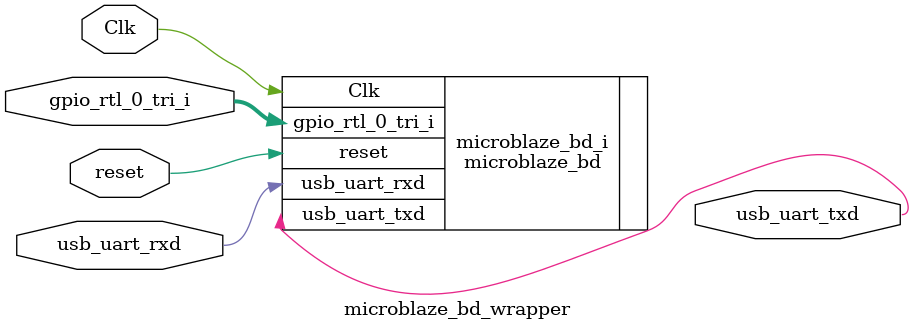
<source format=v>
`timescale 1 ps / 1 ps

module microblaze_bd_wrapper
   (Clk,
    gpio_rtl_0_tri_i,
    reset,
    usb_uart_rxd,
    usb_uart_txd);
  input Clk;
  input [11:0]gpio_rtl_0_tri_i;
  input reset;
  input usb_uart_rxd;
  output usb_uart_txd;

  wire Clk;
  wire [11:0]gpio_rtl_0_tri_i;
  wire reset;
  wire usb_uart_rxd;
  wire usb_uart_txd;

  microblaze_bd microblaze_bd_i
       (.Clk(Clk),
        .gpio_rtl_0_tri_i(gpio_rtl_0_tri_i),
        .reset(reset),
        .usb_uart_rxd(usb_uart_rxd),
        .usb_uart_txd(usb_uart_txd));
endmodule

</source>
